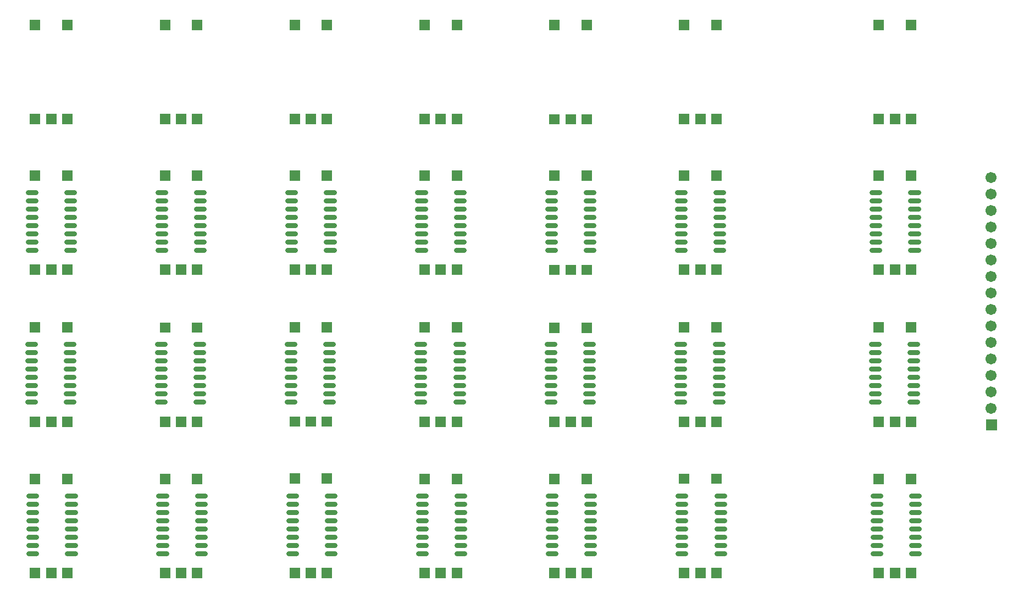
<source format=gbs>
G04 Layer: BottomSolderMaskLayer*
G04 EasyEDA v6.4.20.6, 2021-08-02T11:14:11+02:00*
G04 e7c21c1e6ca5491a88c75d15d8fd51ee,3e5df01c9dd74657a85989452aaa4bc1,10*
G04 Gerber Generator version 0.2*
G04 Scale: 100 percent, Rotated: No, Reflected: No *
G04 Dimensions in millimeters *
G04 leading zeros omitted , absolute positions ,4 integer and 5 decimal *
%FSLAX45Y45*%
%MOMM*%

%ADD21C,1.7018*%
%ADD23C,0.8032*%

%LPD*%
D23*
X11829232Y-9500108D02*
G01*
X11949231Y-9500108D01*
X11829232Y-9373108D02*
G01*
X11949231Y-9373108D01*
X11829232Y-9246108D02*
G01*
X11949231Y-9246108D01*
X11829232Y-9119108D02*
G01*
X11949231Y-9119108D01*
X11829232Y-8992108D02*
G01*
X11949231Y-8992108D01*
X11829232Y-8865108D02*
G01*
X11949231Y-8865108D01*
X11829232Y-8738108D02*
G01*
X11949231Y-8738108D01*
X11829232Y-8611108D02*
G01*
X11949231Y-8611108D01*
X12423592Y-9500108D02*
G01*
X12543591Y-9500108D01*
X12423592Y-9373108D02*
G01*
X12543591Y-9373108D01*
X12423592Y-9246108D02*
G01*
X12543591Y-9246108D01*
X12423592Y-9119108D02*
G01*
X12543591Y-9119108D01*
X12423592Y-8992108D02*
G01*
X12543591Y-8992108D01*
X12423592Y-8865108D02*
G01*
X12543591Y-8865108D01*
X12423592Y-8738108D02*
G01*
X12543591Y-8738108D01*
X12423592Y-8611108D02*
G01*
X12543591Y-8611108D01*
X11819072Y-11830304D02*
G01*
X11939071Y-11830304D01*
X11819072Y-11703304D02*
G01*
X11939071Y-11703304D01*
X11819072Y-11576304D02*
G01*
X11939071Y-11576304D01*
X11819072Y-11449304D02*
G01*
X11939071Y-11449304D01*
X11819072Y-11322304D02*
G01*
X11939071Y-11322304D01*
X11819072Y-11195304D02*
G01*
X11939071Y-11195304D01*
X11819072Y-11068304D02*
G01*
X11939071Y-11068304D01*
X11819072Y-10941304D02*
G01*
X11939071Y-10941304D01*
X12413686Y-11830304D02*
G01*
X12533685Y-11830304D01*
X12413686Y-11703304D02*
G01*
X12533685Y-11703304D01*
X12413686Y-11576304D02*
G01*
X12533685Y-11576304D01*
X12413686Y-11449304D02*
G01*
X12533685Y-11449304D01*
X12413686Y-11322304D02*
G01*
X12533685Y-11322304D01*
X12413686Y-11195304D02*
G01*
X12533685Y-11195304D01*
X12413686Y-11068304D02*
G01*
X12533685Y-11068304D01*
X12413686Y-10941304D02*
G01*
X12533685Y-10941304D01*
X11840916Y-14169897D02*
G01*
X11960915Y-14169897D01*
X11840916Y-14042897D02*
G01*
X11960915Y-14042897D01*
X11840916Y-13915897D02*
G01*
X11960915Y-13915897D01*
X11840916Y-13788897D02*
G01*
X11960915Y-13788897D01*
X11840916Y-13661897D02*
G01*
X11960915Y-13661897D01*
X11840916Y-13534897D02*
G01*
X11960915Y-13534897D01*
X11840916Y-13407897D02*
G01*
X11960915Y-13407897D01*
X11840916Y-13280897D02*
G01*
X11960915Y-13280897D01*
X12435276Y-14169897D02*
G01*
X12555275Y-14169897D01*
X12435276Y-14042897D02*
G01*
X12555275Y-14042897D01*
X12435276Y-13915897D02*
G01*
X12555275Y-13915897D01*
X12435276Y-13788897D02*
G01*
X12555275Y-13788897D01*
X12435276Y-13661897D02*
G01*
X12555275Y-13661897D01*
X12435276Y-13534897D02*
G01*
X12555275Y-13534897D01*
X12435276Y-13407897D02*
G01*
X12555275Y-13407897D01*
X12435276Y-13280897D02*
G01*
X12555275Y-13280897D01*
X9829236Y-9500108D02*
G01*
X9949235Y-9500108D01*
X9829236Y-9373108D02*
G01*
X9949235Y-9373108D01*
X9829236Y-9246108D02*
G01*
X9949235Y-9246108D01*
X9829236Y-9119108D02*
G01*
X9949235Y-9119108D01*
X9829236Y-8992108D02*
G01*
X9949235Y-8992108D01*
X9829236Y-8865108D02*
G01*
X9949235Y-8865108D01*
X9829236Y-8738108D02*
G01*
X9949235Y-8738108D01*
X9829236Y-8611108D02*
G01*
X9949235Y-8611108D01*
X10423596Y-9500108D02*
G01*
X10543595Y-9500108D01*
X10423596Y-9373108D02*
G01*
X10543595Y-9373108D01*
X10423596Y-9246108D02*
G01*
X10543595Y-9246108D01*
X10423596Y-9119108D02*
G01*
X10543595Y-9119108D01*
X10423596Y-8992108D02*
G01*
X10543595Y-8992108D01*
X10423596Y-8865108D02*
G01*
X10543595Y-8865108D01*
X10423596Y-8738108D02*
G01*
X10543595Y-8738108D01*
X10423596Y-8611108D02*
G01*
X10543595Y-8611108D01*
X9819076Y-11830304D02*
G01*
X9939075Y-11830304D01*
X9819076Y-11703304D02*
G01*
X9939075Y-11703304D01*
X9819076Y-11576304D02*
G01*
X9939075Y-11576304D01*
X9819076Y-11449304D02*
G01*
X9939075Y-11449304D01*
X9819076Y-11322304D02*
G01*
X9939075Y-11322304D01*
X9819076Y-11195304D02*
G01*
X9939075Y-11195304D01*
X9819076Y-11068304D02*
G01*
X9939075Y-11068304D01*
X9819076Y-10941304D02*
G01*
X9939075Y-10941304D01*
X10413690Y-11830304D02*
G01*
X10533689Y-11830304D01*
X10413690Y-11703304D02*
G01*
X10533689Y-11703304D01*
X10413690Y-11576304D02*
G01*
X10533689Y-11576304D01*
X10413690Y-11449304D02*
G01*
X10533689Y-11449304D01*
X10413690Y-11322304D02*
G01*
X10533689Y-11322304D01*
X10413690Y-11195304D02*
G01*
X10533689Y-11195304D01*
X10413690Y-11068304D02*
G01*
X10533689Y-11068304D01*
X10413690Y-10941304D02*
G01*
X10533689Y-10941304D01*
X9840920Y-14169897D02*
G01*
X9960919Y-14169897D01*
X9840920Y-14042897D02*
G01*
X9960919Y-14042897D01*
X9840920Y-13915897D02*
G01*
X9960919Y-13915897D01*
X9840920Y-13788897D02*
G01*
X9960919Y-13788897D01*
X9840920Y-13661897D02*
G01*
X9960919Y-13661897D01*
X9840920Y-13534897D02*
G01*
X9960919Y-13534897D01*
X9840920Y-13407897D02*
G01*
X9960919Y-13407897D01*
X9840920Y-13280897D02*
G01*
X9960919Y-13280897D01*
X10435280Y-14169897D02*
G01*
X10555279Y-14169897D01*
X10435280Y-14042897D02*
G01*
X10555279Y-14042897D01*
X10435280Y-13915897D02*
G01*
X10555279Y-13915897D01*
X10435280Y-13788897D02*
G01*
X10555279Y-13788897D01*
X10435280Y-13661897D02*
G01*
X10555279Y-13661897D01*
X10435280Y-13534897D02*
G01*
X10555279Y-13534897D01*
X10435280Y-13407897D02*
G01*
X10555279Y-13407897D01*
X10435280Y-13280897D02*
G01*
X10555279Y-13280897D01*
X15829224Y-9500108D02*
G01*
X15949223Y-9500108D01*
X15829224Y-9373108D02*
G01*
X15949223Y-9373108D01*
X15829224Y-9246108D02*
G01*
X15949223Y-9246108D01*
X15829224Y-9119108D02*
G01*
X15949223Y-9119108D01*
X15829224Y-8992108D02*
G01*
X15949223Y-8992108D01*
X15829224Y-8865108D02*
G01*
X15949223Y-8865108D01*
X15829224Y-8738108D02*
G01*
X15949223Y-8738108D01*
X15829224Y-8611108D02*
G01*
X15949223Y-8611108D01*
X16423584Y-9500108D02*
G01*
X16543583Y-9500108D01*
X16423584Y-9373108D02*
G01*
X16543583Y-9373108D01*
X16423584Y-9246108D02*
G01*
X16543583Y-9246108D01*
X16423584Y-9119108D02*
G01*
X16543583Y-9119108D01*
X16423584Y-8992108D02*
G01*
X16543583Y-8992108D01*
X16423584Y-8865108D02*
G01*
X16543583Y-8865108D01*
X16423584Y-8738108D02*
G01*
X16543583Y-8738108D01*
X16423584Y-8611108D02*
G01*
X16543583Y-8611108D01*
X15819064Y-11830304D02*
G01*
X15939063Y-11830304D01*
X15819064Y-11703304D02*
G01*
X15939063Y-11703304D01*
X15819064Y-11576304D02*
G01*
X15939063Y-11576304D01*
X15819064Y-11449304D02*
G01*
X15939063Y-11449304D01*
X15819064Y-11322304D02*
G01*
X15939063Y-11322304D01*
X15819064Y-11195304D02*
G01*
X15939063Y-11195304D01*
X15819064Y-11068304D02*
G01*
X15939063Y-11068304D01*
X15819064Y-10941304D02*
G01*
X15939063Y-10941304D01*
X16413678Y-11830304D02*
G01*
X16533677Y-11830304D01*
X16413678Y-11703304D02*
G01*
X16533677Y-11703304D01*
X16413678Y-11576304D02*
G01*
X16533677Y-11576304D01*
X16413678Y-11449304D02*
G01*
X16533677Y-11449304D01*
X16413678Y-11322304D02*
G01*
X16533677Y-11322304D01*
X16413678Y-11195304D02*
G01*
X16533677Y-11195304D01*
X16413678Y-11068304D02*
G01*
X16533677Y-11068304D01*
X16413678Y-10941304D02*
G01*
X16533677Y-10941304D01*
X15840908Y-14169897D02*
G01*
X15960907Y-14169897D01*
X15840908Y-14042897D02*
G01*
X15960907Y-14042897D01*
X15840908Y-13915897D02*
G01*
X15960907Y-13915897D01*
X15840908Y-13788897D02*
G01*
X15960907Y-13788897D01*
X15840908Y-13661897D02*
G01*
X15960907Y-13661897D01*
X15840908Y-13534897D02*
G01*
X15960907Y-13534897D01*
X15840908Y-13407897D02*
G01*
X15960907Y-13407897D01*
X15840908Y-13280897D02*
G01*
X15960907Y-13280897D01*
X16435268Y-14169897D02*
G01*
X16555267Y-14169897D01*
X16435268Y-14042897D02*
G01*
X16555267Y-14042897D01*
X16435268Y-13915897D02*
G01*
X16555267Y-13915897D01*
X16435268Y-13788897D02*
G01*
X16555267Y-13788897D01*
X16435268Y-13661897D02*
G01*
X16555267Y-13661897D01*
X16435268Y-13534897D02*
G01*
X16555267Y-13534897D01*
X16435268Y-13407897D02*
G01*
X16555267Y-13407897D01*
X16435268Y-13280897D02*
G01*
X16555267Y-13280897D01*
X13829228Y-9500108D02*
G01*
X13949227Y-9500108D01*
X13829228Y-9373108D02*
G01*
X13949227Y-9373108D01*
X13829228Y-9246108D02*
G01*
X13949227Y-9246108D01*
X13829228Y-9119108D02*
G01*
X13949227Y-9119108D01*
X13829228Y-8992108D02*
G01*
X13949227Y-8992108D01*
X13829228Y-8865108D02*
G01*
X13949227Y-8865108D01*
X13829228Y-8738108D02*
G01*
X13949227Y-8738108D01*
X13829228Y-8611108D02*
G01*
X13949227Y-8611108D01*
X14423588Y-9500108D02*
G01*
X14543587Y-9500108D01*
X14423588Y-9373108D02*
G01*
X14543587Y-9373108D01*
X14423588Y-9246108D02*
G01*
X14543587Y-9246108D01*
X14423588Y-9119108D02*
G01*
X14543587Y-9119108D01*
X14423588Y-8992108D02*
G01*
X14543587Y-8992108D01*
X14423588Y-8865108D02*
G01*
X14543587Y-8865108D01*
X14423588Y-8738108D02*
G01*
X14543587Y-8738108D01*
X14423588Y-8611108D02*
G01*
X14543587Y-8611108D01*
X13819068Y-11830304D02*
G01*
X13939067Y-11830304D01*
X13819068Y-11703304D02*
G01*
X13939067Y-11703304D01*
X13819068Y-11576304D02*
G01*
X13939067Y-11576304D01*
X13819068Y-11449304D02*
G01*
X13939067Y-11449304D01*
X13819068Y-11322304D02*
G01*
X13939067Y-11322304D01*
X13819068Y-11195304D02*
G01*
X13939067Y-11195304D01*
X13819068Y-11068304D02*
G01*
X13939067Y-11068304D01*
X13819068Y-10941304D02*
G01*
X13939067Y-10941304D01*
X14413682Y-11830304D02*
G01*
X14533681Y-11830304D01*
X14413682Y-11703304D02*
G01*
X14533681Y-11703304D01*
X14413682Y-11576304D02*
G01*
X14533681Y-11576304D01*
X14413682Y-11449304D02*
G01*
X14533681Y-11449304D01*
X14413682Y-11322304D02*
G01*
X14533681Y-11322304D01*
X14413682Y-11195304D02*
G01*
X14533681Y-11195304D01*
X14413682Y-11068304D02*
G01*
X14533681Y-11068304D01*
X14413682Y-10941304D02*
G01*
X14533681Y-10941304D01*
X13840912Y-14169897D02*
G01*
X13960911Y-14169897D01*
X13840912Y-14042897D02*
G01*
X13960911Y-14042897D01*
X13840912Y-13915897D02*
G01*
X13960911Y-13915897D01*
X13840912Y-13788897D02*
G01*
X13960911Y-13788897D01*
X13840912Y-13661897D02*
G01*
X13960911Y-13661897D01*
X13840912Y-13534897D02*
G01*
X13960911Y-13534897D01*
X13840912Y-13407897D02*
G01*
X13960911Y-13407897D01*
X13840912Y-13280897D02*
G01*
X13960911Y-13280897D01*
X14435272Y-14169897D02*
G01*
X14555271Y-14169897D01*
X14435272Y-14042897D02*
G01*
X14555271Y-14042897D01*
X14435272Y-13915897D02*
G01*
X14555271Y-13915897D01*
X14435272Y-13788897D02*
G01*
X14555271Y-13788897D01*
X14435272Y-13661897D02*
G01*
X14555271Y-13661897D01*
X14435272Y-13534897D02*
G01*
X14555271Y-13534897D01*
X14435272Y-13407897D02*
G01*
X14555271Y-13407897D01*
X14435272Y-13280897D02*
G01*
X14555271Y-13280897D01*
X17829220Y-9499854D02*
G01*
X17949219Y-9499854D01*
X17829220Y-9372854D02*
G01*
X17949219Y-9372854D01*
X17829220Y-9245854D02*
G01*
X17949219Y-9245854D01*
X17829220Y-9118854D02*
G01*
X17949219Y-9118854D01*
X17829220Y-8991854D02*
G01*
X17949219Y-8991854D01*
X17829220Y-8864854D02*
G01*
X17949219Y-8864854D01*
X17829220Y-8737854D02*
G01*
X17949219Y-8737854D01*
X17829220Y-8610854D02*
G01*
X17949219Y-8610854D01*
X18423580Y-9499854D02*
G01*
X18543579Y-9499854D01*
X18423580Y-9372854D02*
G01*
X18543579Y-9372854D01*
X18423580Y-9245854D02*
G01*
X18543579Y-9245854D01*
X18423580Y-9118854D02*
G01*
X18543579Y-9118854D01*
X18423580Y-8991854D02*
G01*
X18543579Y-8991854D01*
X18423580Y-8864854D02*
G01*
X18543579Y-8864854D01*
X18423580Y-8737854D02*
G01*
X18543579Y-8737854D01*
X18423580Y-8610854D02*
G01*
X18543579Y-8610854D01*
X17819060Y-11830050D02*
G01*
X17939059Y-11830050D01*
X17819060Y-11703050D02*
G01*
X17939059Y-11703050D01*
X17819060Y-11576050D02*
G01*
X17939059Y-11576050D01*
X17819060Y-11449050D02*
G01*
X17939059Y-11449050D01*
X17819060Y-11322050D02*
G01*
X17939059Y-11322050D01*
X17819060Y-11195050D02*
G01*
X17939059Y-11195050D01*
X17819060Y-11068050D02*
G01*
X17939059Y-11068050D01*
X17819060Y-10941050D02*
G01*
X17939059Y-10941050D01*
X18413674Y-11830050D02*
G01*
X18533673Y-11830050D01*
X18413674Y-11703050D02*
G01*
X18533673Y-11703050D01*
X18413674Y-11576050D02*
G01*
X18533673Y-11576050D01*
X18413674Y-11449050D02*
G01*
X18533673Y-11449050D01*
X18413674Y-11322050D02*
G01*
X18533673Y-11322050D01*
X18413674Y-11195050D02*
G01*
X18533673Y-11195050D01*
X18413674Y-11068050D02*
G01*
X18533673Y-11068050D01*
X18413674Y-10941050D02*
G01*
X18533673Y-10941050D01*
X17840904Y-14169644D02*
G01*
X17960903Y-14169644D01*
X17840904Y-14042644D02*
G01*
X17960903Y-14042644D01*
X17840904Y-13915644D02*
G01*
X17960903Y-13915644D01*
X17840904Y-13788644D02*
G01*
X17960903Y-13788644D01*
X17840904Y-13661644D02*
G01*
X17960903Y-13661644D01*
X17840904Y-13534644D02*
G01*
X17960903Y-13534644D01*
X17840904Y-13407644D02*
G01*
X17960903Y-13407644D01*
X17840904Y-13280644D02*
G01*
X17960903Y-13280644D01*
X18435264Y-14169644D02*
G01*
X18555263Y-14169644D01*
X18435264Y-14042644D02*
G01*
X18555263Y-14042644D01*
X18435264Y-13915644D02*
G01*
X18555263Y-13915644D01*
X18435264Y-13788644D02*
G01*
X18555263Y-13788644D01*
X18435264Y-13661644D02*
G01*
X18555263Y-13661644D01*
X18435264Y-13534644D02*
G01*
X18555263Y-13534644D01*
X18435264Y-13407644D02*
G01*
X18555263Y-13407644D01*
X18435264Y-13280644D02*
G01*
X18555263Y-13280644D01*
X22829464Y-9499854D02*
G01*
X22949463Y-9499854D01*
X22829464Y-9372854D02*
G01*
X22949463Y-9372854D01*
X22829464Y-9245854D02*
G01*
X22949463Y-9245854D01*
X22829464Y-9118854D02*
G01*
X22949463Y-9118854D01*
X22829464Y-8991854D02*
G01*
X22949463Y-8991854D01*
X22829464Y-8864854D02*
G01*
X22949463Y-8864854D01*
X22829464Y-8737854D02*
G01*
X22949463Y-8737854D01*
X22829464Y-8610854D02*
G01*
X22949463Y-8610854D01*
X23423824Y-9499854D02*
G01*
X23543823Y-9499854D01*
X23423824Y-9372854D02*
G01*
X23543823Y-9372854D01*
X23423824Y-9245854D02*
G01*
X23543823Y-9245854D01*
X23423824Y-9118854D02*
G01*
X23543823Y-9118854D01*
X23423824Y-8991854D02*
G01*
X23543823Y-8991854D01*
X23423824Y-8864854D02*
G01*
X23543823Y-8864854D01*
X23423824Y-8737854D02*
G01*
X23543823Y-8737854D01*
X23423824Y-8610854D02*
G01*
X23543823Y-8610854D01*
X22819304Y-11830304D02*
G01*
X22939303Y-11830304D01*
X22819304Y-11703304D02*
G01*
X22939303Y-11703304D01*
X22819304Y-11576304D02*
G01*
X22939303Y-11576304D01*
X22819304Y-11449304D02*
G01*
X22939303Y-11449304D01*
X22819304Y-11322304D02*
G01*
X22939303Y-11322304D01*
X22819304Y-11195304D02*
G01*
X22939303Y-11195304D01*
X22819304Y-11068304D02*
G01*
X22939303Y-11068304D01*
X22819304Y-10941304D02*
G01*
X22939303Y-10941304D01*
X23413918Y-11830304D02*
G01*
X23533917Y-11830304D01*
X23413918Y-11703304D02*
G01*
X23533917Y-11703304D01*
X23413918Y-11576304D02*
G01*
X23533917Y-11576304D01*
X23413918Y-11449304D02*
G01*
X23533917Y-11449304D01*
X23413918Y-11322304D02*
G01*
X23533917Y-11322304D01*
X23413918Y-11195304D02*
G01*
X23533917Y-11195304D01*
X23413918Y-11068304D02*
G01*
X23533917Y-11068304D01*
X23413918Y-10941304D02*
G01*
X23533917Y-10941304D01*
X22841148Y-14169897D02*
G01*
X22961147Y-14169897D01*
X22841148Y-14042897D02*
G01*
X22961147Y-14042897D01*
X22841148Y-13915897D02*
G01*
X22961147Y-13915897D01*
X22841148Y-13788897D02*
G01*
X22961147Y-13788897D01*
X22841148Y-13661897D02*
G01*
X22961147Y-13661897D01*
X22841148Y-13534897D02*
G01*
X22961147Y-13534897D01*
X22841148Y-13407897D02*
G01*
X22961147Y-13407897D01*
X22841148Y-13280897D02*
G01*
X22961147Y-13280897D01*
X23435508Y-14169897D02*
G01*
X23555507Y-14169897D01*
X23435508Y-14042897D02*
G01*
X23555507Y-14042897D01*
X23435508Y-13915897D02*
G01*
X23555507Y-13915897D01*
X23435508Y-13788897D02*
G01*
X23555507Y-13788897D01*
X23435508Y-13661897D02*
G01*
X23555507Y-13661897D01*
X23435508Y-13534897D02*
G01*
X23555507Y-13534897D01*
X23435508Y-13407897D02*
G01*
X23555507Y-13407897D01*
X23435508Y-13280897D02*
G01*
X23555507Y-13280897D01*
X19829216Y-9499854D02*
G01*
X19949215Y-9499854D01*
X19829216Y-9372854D02*
G01*
X19949215Y-9372854D01*
X19829216Y-9245854D02*
G01*
X19949215Y-9245854D01*
X19829216Y-9118854D02*
G01*
X19949215Y-9118854D01*
X19829216Y-8991854D02*
G01*
X19949215Y-8991854D01*
X19829216Y-8864854D02*
G01*
X19949215Y-8864854D01*
X19829216Y-8737854D02*
G01*
X19949215Y-8737854D01*
X19829216Y-8610854D02*
G01*
X19949215Y-8610854D01*
X20423576Y-9499854D02*
G01*
X20543575Y-9499854D01*
X20423576Y-9372854D02*
G01*
X20543575Y-9372854D01*
X20423576Y-9245854D02*
G01*
X20543575Y-9245854D01*
X20423576Y-9118854D02*
G01*
X20543575Y-9118854D01*
X20423576Y-8991854D02*
G01*
X20543575Y-8991854D01*
X20423576Y-8864854D02*
G01*
X20543575Y-8864854D01*
X20423576Y-8737854D02*
G01*
X20543575Y-8737854D01*
X20423576Y-8610854D02*
G01*
X20543575Y-8610854D01*
X19819056Y-11830050D02*
G01*
X19939055Y-11830050D01*
X19819056Y-11703050D02*
G01*
X19939055Y-11703050D01*
X19819056Y-11576050D02*
G01*
X19939055Y-11576050D01*
X19819056Y-11449050D02*
G01*
X19939055Y-11449050D01*
X19819056Y-11322050D02*
G01*
X19939055Y-11322050D01*
X19819056Y-11195050D02*
G01*
X19939055Y-11195050D01*
X19819056Y-11068050D02*
G01*
X19939055Y-11068050D01*
X19819056Y-10941050D02*
G01*
X19939055Y-10941050D01*
X20413670Y-11830050D02*
G01*
X20533669Y-11830050D01*
X20413670Y-11703050D02*
G01*
X20533669Y-11703050D01*
X20413670Y-11576050D02*
G01*
X20533669Y-11576050D01*
X20413670Y-11449050D02*
G01*
X20533669Y-11449050D01*
X20413670Y-11322050D02*
G01*
X20533669Y-11322050D01*
X20413670Y-11195050D02*
G01*
X20533669Y-11195050D01*
X20413670Y-11068050D02*
G01*
X20533669Y-11068050D01*
X20413670Y-10941050D02*
G01*
X20533669Y-10941050D01*
X19840900Y-14169644D02*
G01*
X19960899Y-14169644D01*
X19840900Y-14042644D02*
G01*
X19960899Y-14042644D01*
X19840900Y-13915644D02*
G01*
X19960899Y-13915644D01*
X19840900Y-13788644D02*
G01*
X19960899Y-13788644D01*
X19840900Y-13661644D02*
G01*
X19960899Y-13661644D01*
X19840900Y-13534644D02*
G01*
X19960899Y-13534644D01*
X19840900Y-13407644D02*
G01*
X19960899Y-13407644D01*
X19840900Y-13280644D02*
G01*
X19960899Y-13280644D01*
X20435260Y-14169644D02*
G01*
X20555259Y-14169644D01*
X20435260Y-14042644D02*
G01*
X20555259Y-14042644D01*
X20435260Y-13915644D02*
G01*
X20555259Y-13915644D01*
X20435260Y-13788644D02*
G01*
X20555259Y-13788644D01*
X20435260Y-13661644D02*
G01*
X20555259Y-13661644D01*
X20435260Y-13534644D02*
G01*
X20555259Y-13534644D01*
X20435260Y-13407644D02*
G01*
X20555259Y-13407644D01*
X20435260Y-13280644D02*
G01*
X20555259Y-13280644D01*
G36*
X24584913Y-12275312D02*
G01*
X24584913Y-12105131D01*
X24755093Y-12105131D01*
X24755093Y-12275312D01*
G37*
D21*
G01*
X24668225Y-11935968D03*
G01*
X24668225Y-11681968D03*
G01*
X24668225Y-11427968D03*
G01*
X24668225Y-11173968D03*
G01*
X24668225Y-10919968D03*
G01*
X24668225Y-10665968D03*
G01*
X24668225Y-10411968D03*
G01*
X24668225Y-10157968D03*
G01*
X24668225Y-9903968D03*
G01*
X24668225Y-9649968D03*
G01*
X24668225Y-9395968D03*
G01*
X24668225Y-9141968D03*
G01*
X24668225Y-8887968D03*
G01*
X24668225Y-8633968D03*
G01*
X24668225Y-8379968D03*
G36*
X11860022Y-14551405D02*
G01*
X11860022Y-14391131D01*
X12020295Y-14391131D01*
X12020295Y-14551405D01*
G37*
G36*
X12108941Y-14551405D02*
G01*
X12108941Y-14391131D01*
X12269215Y-14391131D01*
X12269215Y-14551405D01*
G37*
G36*
X12357861Y-14551405D02*
G01*
X12357861Y-14391131D01*
X12518136Y-14391131D01*
X12518136Y-14551405D01*
G37*
G36*
X11860022Y-13101065D02*
G01*
X11860022Y-12940792D01*
X12020295Y-12940792D01*
X12020295Y-13101065D01*
G37*
G36*
X12357861Y-13101065D02*
G01*
X12357861Y-12940792D01*
X12518136Y-12940792D01*
X12518136Y-13101065D01*
G37*
G36*
X11860022Y-12221210D02*
G01*
X11860022Y-12060936D01*
X12020295Y-12060936D01*
X12020295Y-12221210D01*
G37*
G36*
X12108941Y-12221210D02*
G01*
X12108941Y-12060936D01*
X12269215Y-12060936D01*
X12269215Y-12221210D01*
G37*
G36*
X12357861Y-12221210D02*
G01*
X12357861Y-12060936D01*
X12518136Y-12060936D01*
X12518136Y-12221210D01*
G37*
G36*
X11860022Y-10770870D02*
G01*
X11860022Y-10610595D01*
X12020295Y-10610595D01*
X12020295Y-10770870D01*
G37*
G36*
X12357861Y-10770870D02*
G01*
X12357861Y-10610595D01*
X12518136Y-10610595D01*
X12518136Y-10770870D01*
G37*
G36*
X11860022Y-9881362D02*
G01*
X11860022Y-9721087D01*
X12020295Y-9721087D01*
X12020295Y-9881362D01*
G37*
G36*
X12108941Y-9881362D02*
G01*
X12108941Y-9721087D01*
X12269215Y-9721087D01*
X12269215Y-9881362D01*
G37*
G36*
X12357861Y-9881362D02*
G01*
X12357861Y-9721087D01*
X12518136Y-9721087D01*
X12518136Y-9881362D01*
G37*
G36*
X11860022Y-8431021D02*
G01*
X11860022Y-8270747D01*
X12020295Y-8270747D01*
X12020295Y-8431021D01*
G37*
G36*
X12357861Y-8431021D02*
G01*
X12357861Y-8270747D01*
X12518136Y-8270747D01*
X12518136Y-8431021D01*
G37*
G36*
X11860022Y-7561326D02*
G01*
X11860022Y-7401052D01*
X12020295Y-7401052D01*
X12020295Y-7561326D01*
G37*
G36*
X12108941Y-7561326D02*
G01*
X12108941Y-7401052D01*
X12269215Y-7401052D01*
X12269215Y-7561326D01*
G37*
G36*
X12357861Y-7561326D02*
G01*
X12357861Y-7401052D01*
X12518136Y-7401052D01*
X12518136Y-7561326D01*
G37*
G36*
X11860022Y-6110986D02*
G01*
X11860022Y-5950712D01*
X12020295Y-5950712D01*
X12020295Y-6110986D01*
G37*
G36*
X12357861Y-6110986D02*
G01*
X12357861Y-5950712D01*
X12518136Y-5950712D01*
X12518136Y-6110986D01*
G37*
G36*
X9859518Y-14549881D02*
G01*
X9859518Y-14389607D01*
X10019791Y-14389607D01*
X10019791Y-14549881D01*
G37*
G36*
X10108438Y-14549881D02*
G01*
X10108438Y-14389607D01*
X10268711Y-14389607D01*
X10268711Y-14549881D01*
G37*
G36*
X10357358Y-14549881D02*
G01*
X10357358Y-14389607D01*
X10517631Y-14389607D01*
X10517631Y-14549881D01*
G37*
G36*
X9859518Y-13099542D02*
G01*
X9859518Y-12939268D01*
X10019791Y-12939268D01*
X10019791Y-13099542D01*
G37*
G36*
X10357358Y-13099542D02*
G01*
X10357358Y-12939268D01*
X10517631Y-12939268D01*
X10517631Y-13099542D01*
G37*
G36*
X9859518Y-12219939D02*
G01*
X9859518Y-12059665D01*
X10019791Y-12059665D01*
X10019791Y-12219939D01*
G37*
G36*
X10108438Y-12219939D02*
G01*
X10108438Y-12059665D01*
X10268711Y-12059665D01*
X10268711Y-12219939D01*
G37*
G36*
X10357358Y-12219939D02*
G01*
X10357358Y-12059665D01*
X10517631Y-12059665D01*
X10517631Y-12219939D01*
G37*
G36*
X9859518Y-10769600D02*
G01*
X9859518Y-10609326D01*
X10019791Y-10609326D01*
X10019791Y-10769600D01*
G37*
G36*
X10357358Y-10769600D02*
G01*
X10357358Y-10609326D01*
X10517631Y-10609326D01*
X10517631Y-10769600D01*
G37*
G36*
X9859518Y-9880092D02*
G01*
X9859518Y-9719818D01*
X10019791Y-9719818D01*
X10019791Y-9880092D01*
G37*
G36*
X10108438Y-9880092D02*
G01*
X10108438Y-9719818D01*
X10268711Y-9719818D01*
X10268711Y-9880092D01*
G37*
G36*
X10357358Y-9880092D02*
G01*
X10357358Y-9719818D01*
X10517631Y-9719818D01*
X10517631Y-9880092D01*
G37*
G36*
X9859518Y-8429752D02*
G01*
X9859518Y-8269478D01*
X10019791Y-8269478D01*
X10019791Y-8429752D01*
G37*
G36*
X10357358Y-8429752D02*
G01*
X10357358Y-8269478D01*
X10517631Y-8269478D01*
X10517631Y-8429752D01*
G37*
G36*
X9859518Y-7560055D02*
G01*
X9859518Y-7399781D01*
X10019791Y-7399781D01*
X10019791Y-7560055D01*
G37*
G36*
X10108438Y-7560055D02*
G01*
X10108438Y-7399781D01*
X10268711Y-7399781D01*
X10268711Y-7560055D01*
G37*
G36*
X10357358Y-7560055D02*
G01*
X10357358Y-7399781D01*
X10517631Y-7399781D01*
X10517631Y-7560055D01*
G37*
G36*
X9859518Y-6109715D02*
G01*
X9859518Y-5949442D01*
X10019791Y-5949442D01*
X10019791Y-6109715D01*
G37*
G36*
X10357358Y-6109715D02*
G01*
X10357358Y-5949442D01*
X10517631Y-5949442D01*
X10517631Y-6109715D01*
G37*
G36*
X15857727Y-14549881D02*
G01*
X15857727Y-14389607D01*
X16018002Y-14389607D01*
X16018002Y-14549881D01*
G37*
G36*
X16106647Y-14549881D02*
G01*
X16106647Y-14389607D01*
X16266922Y-14389607D01*
X16266922Y-14549881D01*
G37*
G36*
X16355568Y-14549881D02*
G01*
X16355568Y-14389607D01*
X16515841Y-14389607D01*
X16515841Y-14549881D01*
G37*
G36*
X15857727Y-13099542D02*
G01*
X15857727Y-12939268D01*
X16018002Y-12939268D01*
X16018002Y-13099542D01*
G37*
G36*
X16355568Y-13099542D02*
G01*
X16355568Y-12939268D01*
X16515841Y-12939268D01*
X16515841Y-13099542D01*
G37*
G36*
X15857727Y-12219939D02*
G01*
X15857727Y-12059665D01*
X16018002Y-12059665D01*
X16018002Y-12219939D01*
G37*
G36*
X16106647Y-12219939D02*
G01*
X16106647Y-12059665D01*
X16266922Y-12059665D01*
X16266922Y-12219939D01*
G37*
G36*
X16355568Y-12219939D02*
G01*
X16355568Y-12059665D01*
X16515841Y-12059665D01*
X16515841Y-12219939D01*
G37*
G36*
X15857727Y-10769600D02*
G01*
X15857727Y-10609326D01*
X16018002Y-10609326D01*
X16018002Y-10769600D01*
G37*
G36*
X16355568Y-10769600D02*
G01*
X16355568Y-10609326D01*
X16515841Y-10609326D01*
X16515841Y-10769600D01*
G37*
G36*
X15857727Y-9880092D02*
G01*
X15857727Y-9719818D01*
X16018002Y-9719818D01*
X16018002Y-9880092D01*
G37*
G36*
X16106647Y-9880092D02*
G01*
X16106647Y-9719818D01*
X16266922Y-9719818D01*
X16266922Y-9880092D01*
G37*
G36*
X16355568Y-9880092D02*
G01*
X16355568Y-9719818D01*
X16515841Y-9719818D01*
X16515841Y-9880092D01*
G37*
G36*
X15857727Y-8429752D02*
G01*
X15857727Y-8269478D01*
X16018002Y-8269478D01*
X16018002Y-8429752D01*
G37*
G36*
X16355568Y-8429752D02*
G01*
X16355568Y-8269478D01*
X16515841Y-8269478D01*
X16515841Y-8429752D01*
G37*
G36*
X15857727Y-7560055D02*
G01*
X15857727Y-7399781D01*
X16018002Y-7399781D01*
X16018002Y-7560055D01*
G37*
G36*
X16106647Y-7560055D02*
G01*
X16106647Y-7399781D01*
X16266922Y-7399781D01*
X16266922Y-7560055D01*
G37*
G36*
X16355568Y-7560055D02*
G01*
X16355568Y-7399781D01*
X16515841Y-7399781D01*
X16515841Y-7560055D01*
G37*
G36*
X15857727Y-6109715D02*
G01*
X15857727Y-5949442D01*
X16018002Y-5949442D01*
X16018002Y-6109715D01*
G37*
G36*
X16355568Y-6109715D02*
G01*
X16355568Y-5949442D01*
X16515841Y-5949442D01*
X16515841Y-6109715D01*
G37*
G36*
X13857477Y-14548612D02*
G01*
X13857477Y-14388337D01*
X14017752Y-14388337D01*
X14017752Y-14548612D01*
G37*
G36*
X14106397Y-14548612D02*
G01*
X14106397Y-14388337D01*
X14266418Y-14388337D01*
X14266418Y-14548612D01*
G37*
G36*
X14355063Y-14548612D02*
G01*
X14355063Y-14388337D01*
X14515591Y-14388337D01*
X14515591Y-14548612D01*
G37*
G36*
X13857477Y-13098271D02*
G01*
X13857477Y-12937997D01*
X14017752Y-12937997D01*
X14017752Y-13098271D01*
G37*
G36*
X14355063Y-13098271D02*
G01*
X14355063Y-12937997D01*
X14515591Y-12937997D01*
X14515591Y-13098271D01*
G37*
G36*
X13857477Y-12218670D02*
G01*
X13857477Y-12058395D01*
X14017752Y-12058395D01*
X14017752Y-12218670D01*
G37*
G36*
X14106397Y-12218670D02*
G01*
X14106397Y-12058395D01*
X14266418Y-12058395D01*
X14266418Y-12218670D01*
G37*
G36*
X14355063Y-12218670D02*
G01*
X14355063Y-12058395D01*
X14515591Y-12058395D01*
X14515591Y-12218670D01*
G37*
G36*
X13857477Y-10768329D02*
G01*
X13857477Y-10608055D01*
X14017752Y-10608055D01*
X14017752Y-10768329D01*
G37*
G36*
X14355063Y-10768329D02*
G01*
X14355063Y-10608055D01*
X14515591Y-10608055D01*
X14515591Y-10768329D01*
G37*
G36*
X13857477Y-9878821D02*
G01*
X13857477Y-9718547D01*
X14017752Y-9718547D01*
X14017752Y-9878821D01*
G37*
G36*
X14106397Y-9878821D02*
G01*
X14106397Y-9718547D01*
X14266418Y-9718547D01*
X14266418Y-9878821D01*
G37*
G36*
X14355063Y-9878821D02*
G01*
X14355063Y-9718547D01*
X14515591Y-9718547D01*
X14515591Y-9878821D01*
G37*
G36*
X13857477Y-8428481D02*
G01*
X13857477Y-8268208D01*
X14017752Y-8268208D01*
X14017752Y-8428481D01*
G37*
G36*
X14355063Y-8428481D02*
G01*
X14355063Y-8268208D01*
X14515591Y-8268208D01*
X14515591Y-8428481D01*
G37*
G36*
X13857477Y-7558786D02*
G01*
X13857477Y-7398512D01*
X14017752Y-7398512D01*
X14017752Y-7558786D01*
G37*
G36*
X14106397Y-7558786D02*
G01*
X14106397Y-7398512D01*
X14266418Y-7398512D01*
X14266418Y-7558786D01*
G37*
G36*
X14355063Y-7558786D02*
G01*
X14355063Y-7398512D01*
X14515591Y-7398512D01*
X14515591Y-7558786D01*
G37*
G36*
X13857477Y-6108445D02*
G01*
X13857477Y-5948171D01*
X14017752Y-5948171D01*
X14017752Y-6108445D01*
G37*
G36*
X14355063Y-6108445D02*
G01*
X14355063Y-5948171D01*
X14515591Y-5948171D01*
X14515591Y-6108445D01*
G37*
G36*
X17859502Y-14551660D02*
G01*
X17859502Y-14391386D01*
X18019775Y-14391386D01*
X18019775Y-14551660D01*
G37*
G36*
X18108422Y-14551660D02*
G01*
X18108422Y-14391386D01*
X18268695Y-14391386D01*
X18268695Y-14551660D01*
G37*
G36*
X18357341Y-14551660D02*
G01*
X18357341Y-14391386D01*
X18517616Y-14391386D01*
X18517616Y-14551660D01*
G37*
G36*
X17859502Y-13101320D02*
G01*
X17859502Y-12941045D01*
X18019775Y-12941045D01*
X18019775Y-13101320D01*
G37*
G36*
X18357341Y-13101320D02*
G01*
X18357341Y-12941045D01*
X18517616Y-12941045D01*
X18517616Y-13101320D01*
G37*
G36*
X17859502Y-12221718D02*
G01*
X17859502Y-12061444D01*
X18019775Y-12061444D01*
X18019775Y-12221718D01*
G37*
G36*
X18108422Y-12221718D02*
G01*
X18108422Y-12061444D01*
X18268695Y-12061444D01*
X18268695Y-12221718D01*
G37*
G36*
X18357341Y-12221718D02*
G01*
X18357341Y-12061444D01*
X18517616Y-12061444D01*
X18517616Y-12221718D01*
G37*
G36*
X17859502Y-10771378D02*
G01*
X17859502Y-10611104D01*
X18019775Y-10611104D01*
X18019775Y-10771378D01*
G37*
G36*
X18357341Y-10771378D02*
G01*
X18357341Y-10611104D01*
X18517616Y-10611104D01*
X18517616Y-10771378D01*
G37*
G36*
X17859502Y-9881615D02*
G01*
X17859502Y-9721342D01*
X18019775Y-9721342D01*
X18019775Y-9881615D01*
G37*
G36*
X18108422Y-9881615D02*
G01*
X18108422Y-9721342D01*
X18268695Y-9721342D01*
X18268695Y-9881615D01*
G37*
G36*
X18357341Y-9881615D02*
G01*
X18357341Y-9721342D01*
X18517616Y-9721342D01*
X18517616Y-9881615D01*
G37*
G36*
X17859502Y-8431276D02*
G01*
X17859502Y-8271002D01*
X18019775Y-8271002D01*
X18019775Y-8431276D01*
G37*
G36*
X18357341Y-8431276D02*
G01*
X18357341Y-8271002D01*
X18517616Y-8271002D01*
X18517616Y-8431276D01*
G37*
G36*
X17859502Y-7561579D02*
G01*
X17859502Y-7401305D01*
X18019775Y-7401305D01*
X18019775Y-7561579D01*
G37*
G36*
X18108422Y-7561579D02*
G01*
X18108422Y-7401305D01*
X18268695Y-7401305D01*
X18268695Y-7561579D01*
G37*
G36*
X18357341Y-7561579D02*
G01*
X18357341Y-7401305D01*
X18517616Y-7401305D01*
X18517616Y-7561579D01*
G37*
G36*
X17859502Y-6111239D02*
G01*
X17859502Y-5950965D01*
X18019775Y-5950965D01*
X18019775Y-6111239D01*
G37*
G36*
X18357341Y-6111239D02*
G01*
X18357341Y-5950965D01*
X18517616Y-5950965D01*
X18517616Y-6111239D01*
G37*
G36*
X22856190Y-14549881D02*
G01*
X22856190Y-14389607D01*
X23016463Y-14389607D01*
X23016463Y-14549881D01*
G37*
G36*
X23105109Y-14549881D02*
G01*
X23105109Y-14389607D01*
X23265384Y-14389607D01*
X23265384Y-14549881D01*
G37*
G36*
X23354029Y-14549881D02*
G01*
X23354029Y-14389607D01*
X23514304Y-14389607D01*
X23514304Y-14549881D01*
G37*
G36*
X22856190Y-13099542D02*
G01*
X22856190Y-12939268D01*
X23016463Y-12939268D01*
X23016463Y-13099542D01*
G37*
G36*
X23354029Y-13099542D02*
G01*
X23354029Y-12939268D01*
X23514304Y-12939268D01*
X23514304Y-13099542D01*
G37*
G36*
X22856190Y-12219939D02*
G01*
X22856190Y-12059665D01*
X23016463Y-12059665D01*
X23016463Y-12219939D01*
G37*
G36*
X23105109Y-12219939D02*
G01*
X23105109Y-12059665D01*
X23265384Y-12059665D01*
X23265384Y-12219939D01*
G37*
G36*
X23354029Y-12219939D02*
G01*
X23354029Y-12059665D01*
X23514304Y-12059665D01*
X23514304Y-12219939D01*
G37*
G36*
X22856190Y-10769600D02*
G01*
X22856190Y-10609326D01*
X23016463Y-10609326D01*
X23016463Y-10769600D01*
G37*
G36*
X23354029Y-10769600D02*
G01*
X23354029Y-10609326D01*
X23514304Y-10609326D01*
X23514304Y-10769600D01*
G37*
G36*
X22856190Y-9880092D02*
G01*
X22856190Y-9719818D01*
X23016463Y-9719818D01*
X23016463Y-9880092D01*
G37*
G36*
X23105109Y-9880092D02*
G01*
X23105109Y-9719818D01*
X23265384Y-9719818D01*
X23265384Y-9880092D01*
G37*
G36*
X23354029Y-9880092D02*
G01*
X23354029Y-9719818D01*
X23514304Y-9719818D01*
X23514304Y-9880092D01*
G37*
G36*
X22856190Y-8429752D02*
G01*
X22856190Y-8269478D01*
X23016463Y-8269478D01*
X23016463Y-8429752D01*
G37*
G36*
X23354029Y-8429752D02*
G01*
X23354029Y-8269478D01*
X23514304Y-8269478D01*
X23514304Y-8429752D01*
G37*
G36*
X22856190Y-7560055D02*
G01*
X22856190Y-7399781D01*
X23016463Y-7399781D01*
X23016463Y-7560055D01*
G37*
G36*
X23105109Y-7560055D02*
G01*
X23105109Y-7399781D01*
X23265384Y-7399781D01*
X23265384Y-7560055D01*
G37*
G36*
X23354029Y-7560055D02*
G01*
X23354029Y-7399781D01*
X23514304Y-7399781D01*
X23514304Y-7560055D01*
G37*
G36*
X22856190Y-6109715D02*
G01*
X22856190Y-5949442D01*
X23016463Y-5949442D01*
X23016463Y-6109715D01*
G37*
G36*
X23354029Y-6109715D02*
G01*
X23354029Y-5949442D01*
X23514304Y-5949442D01*
X23514304Y-6109715D01*
G37*
G36*
X19856958Y-14549120D02*
G01*
X19856958Y-14388845D01*
X20017231Y-14388845D01*
X20017231Y-14549120D01*
G37*
G36*
X20105877Y-14549120D02*
G01*
X20105877Y-14388845D01*
X20266152Y-14388845D01*
X20266152Y-14549120D01*
G37*
G36*
X20354798Y-14549120D02*
G01*
X20354798Y-14388845D01*
X20515072Y-14388845D01*
X20515072Y-14549120D01*
G37*
G36*
X19856958Y-13098779D02*
G01*
X19856958Y-12938505D01*
X20017231Y-12938505D01*
X20017231Y-13098779D01*
G37*
G36*
X20354798Y-13098779D02*
G01*
X20354798Y-12938505D01*
X20515072Y-12938505D01*
X20515072Y-13098779D01*
G37*
G36*
X19856958Y-12218924D02*
G01*
X19856958Y-12058650D01*
X20017231Y-12058650D01*
X20017231Y-12218924D01*
G37*
G36*
X20105877Y-12218924D02*
G01*
X20105877Y-12058650D01*
X20266152Y-12058650D01*
X20266152Y-12218924D01*
G37*
G36*
X20354798Y-12218924D02*
G01*
X20354798Y-12058650D01*
X20515072Y-12058650D01*
X20515072Y-12218924D01*
G37*
G36*
X19856958Y-10768584D02*
G01*
X19856958Y-10608310D01*
X20017231Y-10608310D01*
X20017231Y-10768584D01*
G37*
G36*
X20354798Y-10768584D02*
G01*
X20354798Y-10608310D01*
X20515072Y-10608310D01*
X20515072Y-10768584D01*
G37*
G36*
X19856958Y-9879076D02*
G01*
X19856958Y-9718802D01*
X20017231Y-9718802D01*
X20017231Y-9879076D01*
G37*
G36*
X20105877Y-9879076D02*
G01*
X20105877Y-9718802D01*
X20266152Y-9718802D01*
X20266152Y-9879076D01*
G37*
G36*
X20354798Y-9879076D02*
G01*
X20354798Y-9718802D01*
X20515072Y-9718802D01*
X20515072Y-9879076D01*
G37*
G36*
X19856958Y-8428736D02*
G01*
X19856958Y-8268462D01*
X20017231Y-8268462D01*
X20017231Y-8428736D01*
G37*
G36*
X20354798Y-8428736D02*
G01*
X20354798Y-8268462D01*
X20515072Y-8268462D01*
X20515072Y-8428736D01*
G37*
G36*
X19856958Y-7559039D02*
G01*
X19856958Y-7398765D01*
X20017231Y-7398765D01*
X20017231Y-7559039D01*
G37*
G36*
X20105877Y-7559039D02*
G01*
X20105877Y-7398765D01*
X20266152Y-7398765D01*
X20266152Y-7559039D01*
G37*
G36*
X20354798Y-7559039D02*
G01*
X20354798Y-7398765D01*
X20515072Y-7398765D01*
X20515072Y-7559039D01*
G37*
G36*
X19856958Y-6108700D02*
G01*
X19856958Y-5948426D01*
X20017231Y-5948426D01*
X20017231Y-6108700D01*
G37*
G36*
X20354798Y-6108700D02*
G01*
X20354798Y-5948426D01*
X20515072Y-5948426D01*
X20515072Y-6108700D01*
G37*
M02*

</source>
